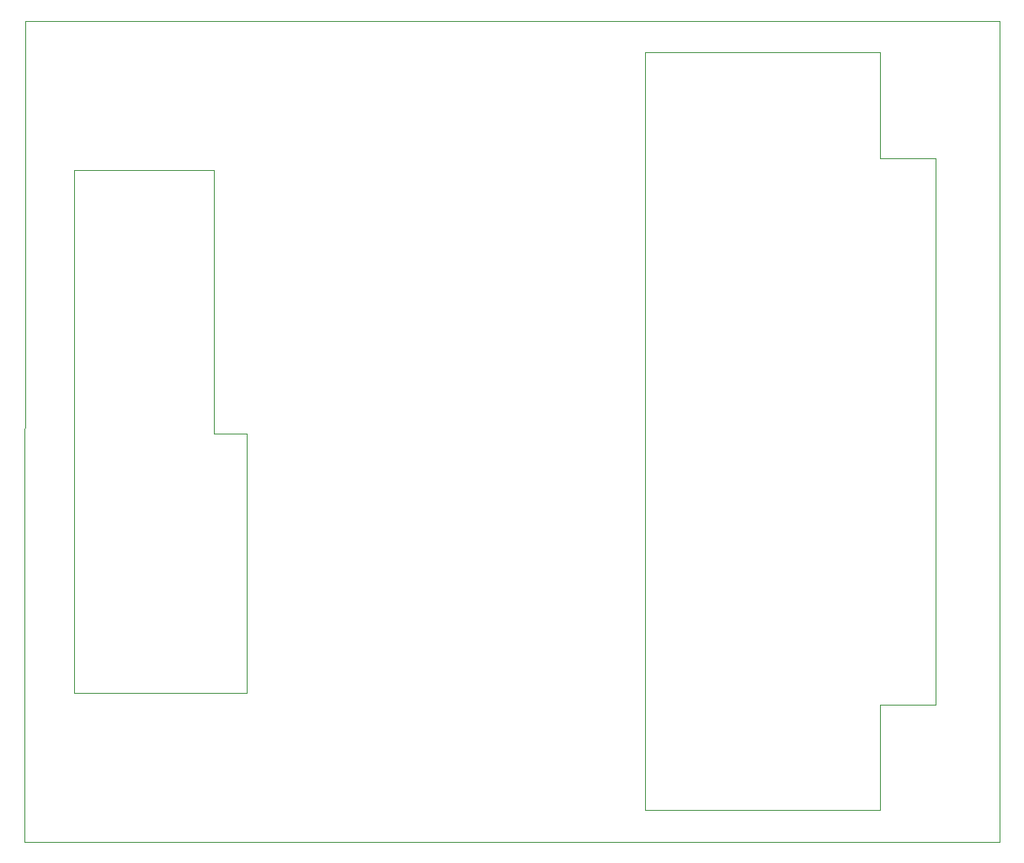
<source format=gbr>
G04 #@! TF.GenerationSoftware,KiCad,Pcbnew,(5.1.2)-2*
G04 #@! TF.CreationDate,2021-11-10T11:58:56-03:00*
G04 #@! TF.ProjectId,MAG_Plus,4d41475f-506c-4757-932e-6b696361645f,rev?*
G04 #@! TF.SameCoordinates,Original*
G04 #@! TF.FileFunction,Profile,NP*
%FSLAX46Y46*%
G04 Gerber Fmt 4.6, Leading zero omitted, Abs format (unit mm)*
G04 Created by KiCad (PCBNEW (5.1.2)-2) date 2021-11-10 11:58:56*
%MOMM*%
%LPD*%
G04 APERTURE LIST*
%ADD10C,0.050000*%
G04 APERTURE END LIST*
D10*
X210350000Y-39200000D02*
X234000000Y-39200000D01*
X210350000Y-115400000D02*
X234000000Y-115400000D01*
X210350000Y-103600000D02*
X210350000Y-39200000D01*
X210350000Y-103600000D02*
X210350000Y-115400000D01*
X166990000Y-77510000D02*
X167000000Y-51000000D01*
X170360000Y-103600000D02*
X170360000Y-96810000D01*
X167000000Y-103600000D02*
X170360000Y-103600000D01*
X170360000Y-88930000D02*
X170360000Y-96810000D01*
X170370000Y-77520000D02*
X170360000Y-88930000D01*
X166990000Y-77510000D02*
X170370000Y-77520000D01*
X153000000Y-51000000D02*
X153000000Y-103600000D01*
X167000000Y-51000000D02*
X153000000Y-51000000D01*
X153000000Y-103600000D02*
X167000000Y-103600000D01*
X234010000Y-104800000D02*
X234000000Y-115400000D01*
X239600000Y-104800000D02*
X234010000Y-104800000D01*
X239600000Y-49800000D02*
X239600000Y-104800000D01*
X234000000Y-49800000D02*
X239600000Y-49800000D01*
X234000000Y-39200000D02*
X234000000Y-49800000D01*
X246000000Y-36000000D02*
X148100000Y-36000000D01*
X246000000Y-118600000D02*
X246000000Y-36000000D01*
X148000000Y-118600000D02*
X246000000Y-118600000D01*
X148100000Y-36000000D02*
X148000000Y-118600000D01*
M02*

</source>
